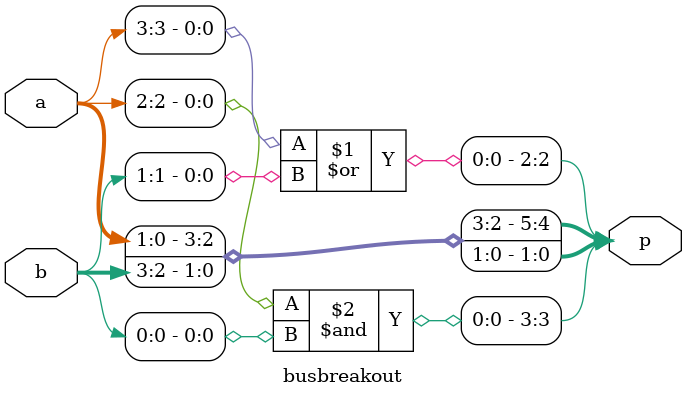
<source format=v>
module busbreakout(
  input wire [3:0] a, // 4-bit input bus
  input wire [3:0] b, // 4-bit input bus
  output wire [5:0] p, // 4-bit output bus
  
);

  assign p = {a[1:0], (a[2] & b[0]), (a[3] | b[1]), b[3:2]};
  
  endmodule // Concatenate the bits from a and b to form p
</source>
